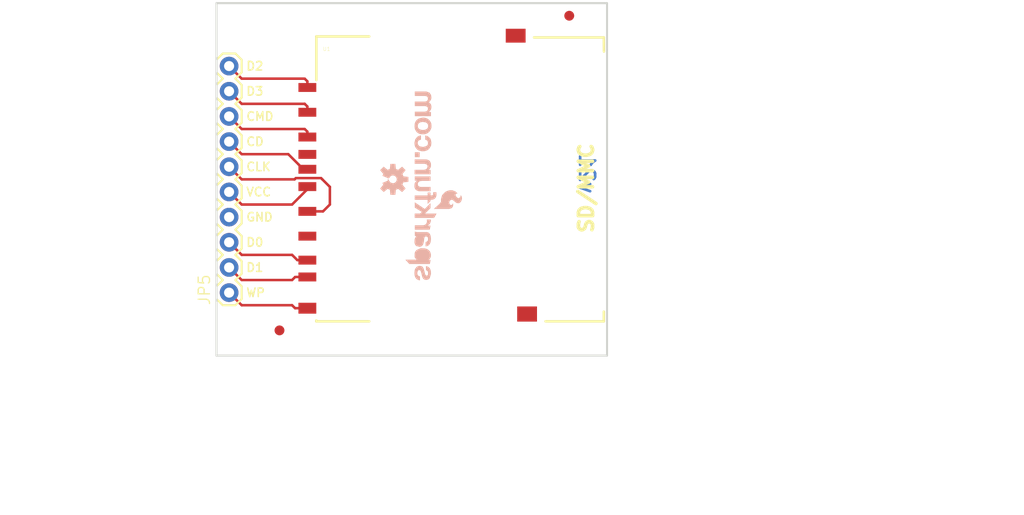
<source format=kicad_pcb>
(kicad_pcb (version 20211014) (generator pcbnew)
  (layers (0 "F.Cu" signal) (1 "In1.Cu" signal) (2 "In2.Cu" signal) (3 "In3.Cu" signal) (4 "In4.Cu" signal) (5 "In5.Cu" signal) (6 "In6.Cu" signal) (7 "In7.Cu" signal) (8 "In8.Cu" signal) (9 "In9.Cu" signal) (10 "In10.Cu" signal) (11 "In11.Cu" signal) (12 "In12.Cu" signal) (13 "In13.Cu" signal) (14 "In14.Cu" signal) (31 "B.Cu" signal) (34 "B.Paste" user) (35 "F.Paste" user) (36 "B.SilkS" user "B.Silkscreen") (37 "F.SilkS" user "F.Silkscreen") (38 "B.Mask" user) (39 "F.Mask" user) (44 "Edge.Cuts" user))
  (net 0 "")
  (net 1 "CD")
  (net 2 "CMD")
  (net 3 "CLK")
  (net 4 "D1")
  (net 5 "D0")
  (net 6 "GND")
  (net 7 "VCC")
  (net 8 "WP")
  (net 9 "D2")
  (net 10 "D3")
  (footprint "boardEagle:FIDUCIAL-1X2" (layer "F.Cu") (at 164.3761 88.4936)
    (fp_text reference "FID2" hide)
    (fp_text value "FIDUCIAL1X2" hide)
    (pad "1" smd roundrect (at 0 0) (size 1 1) (layers "F.Cu" "F.Mask") (roundrect_rratio 0.5))
  )
  (footprint "boardEagle:CREATIVE_COMMONS" (layer "F.Cu") (at 127.312344 135.4836)
    (fp_text reference "FRAME1" hide)
    (fp_text value "FRAME-LETTER" hide)
  )
  (footprint "boardEagle:SD_1_1" (layer "F.Cu") (at 138.9761 105.0036)
    (fp_text reference "U1" (at 0.54 -12.94) (layer "F.SilkS") (effects (font (size 0.373888 0.373888) (thickness 0.032512)) (justify left bottom)))
    (fp_text value "SD_CARD_SOCKET")
    (fp_line (start 28.888 -14.318) (end 28.9 -12.9) (layer "F.SilkS") (width 0.254))
    (fp_line (start 23.011 14.327) (end 28.888 14.327) (layer "F.SilkS") (width 0.254))
    (fp_line (start -0.095 14.238) (end -0.095 14.327) (layer "F.SilkS") (width 0.254))
    (fp_line (start -0.095 -14.418) (end 5.239 -14.418) (layer "F.SilkS") (width 0.254))
    (fp_line (start 28.888 14.327) (end 28.888 13.349) (layer "F.SilkS") (width 0.254))
    (fp_line (start 21.849 -14.318) (end 28.888 -14.318) (layer "F.SilkS") (width 0.254))
    (fp_line (start -0.095 14.327) (end 5.239 14.327) (layer "F.SilkS") (width 0.254))
    (fp_line (start -0.095 -10.019) (end -0.095 -14.418) (layer "F.SilkS") (width 0.254))
    (pad "" np_thru_hole circle (at 23.3 12.32) (size 1.55 1.55) (drill 1.55) (layers *.Cu *.Mask))
    (pad "" np_thru_hole circle (at 23.3 -11.94) (size 1.55 1.55) (drill 1.55) (layers *.Cu *.Mask))
    (pad "1" smd rect (at -1 -6.77) (size 1.8 0.9) (layers "F.Cu" "F.Paste" "F.Mask") (net 10 "D3"))
    (pad "2" smd rect (at -1 -4.27) (size 1.8 0.9) (layers "F.Cu" "F.Paste" "F.Mask") (net 2 "CMD"))
    (pad "3" smd rect (at -1 -2.52) (size 1.8 0.9) (layers "F.Cu" "F.Paste" "F.Mask") (net 6 "GND"))
    (pad "4" smd rect (at -1 0.73) (size 1.8 0.9) (layers "F.Cu" "F.Paste" "F.Mask") (net 7 "VCC"))
    (pad "5" smd rect (at -1 3.23) (size 1.8 0.9) (layers "F.Cu" "F.Paste" "F.Mask") (net 3 "CLK"))
    (pad "6" smd rect (at -1 5.73) (size 1.8 0.9) (layers "F.Cu" "F.Paste" "F.Mask") (net 6 "GND"))
    (pad "7" smd rect (at -1 8.15) (size 1.8 0.9) (layers "F.Cu" "F.Paste" "F.Mask") (net 5 "D0"))
    (pad "8" smd rect (at -1 9.85) (size 1.8 0.9) (layers "F.Cu" "F.Paste" "F.Mask") (net 4 "D1"))
    (pad "9" smd rect (at -1 -9.27) (size 1.8 0.9) (layers "F.Cu" "F.Paste" "F.Mask") (net 9 "D2"))
    (pad "CD" smd rect (at -1 -1.02) (size 1.8 0.9) (layers "F.Cu" "F.Paste" "F.Mask") (net 1 "CD"))
    (pad "SH@1" smd rect (at 20 -14.496) (size 2 1.4) (layers "F.Cu" "F.Paste" "F.Mask") (net 6 "GND"))
    (pad "SH@2" smd rect (at 21.15 13.589) (size 2 1.527) (layers "F.Cu" "F.Paste" "F.Mask") (net 6 "GND"))
    (pad "WP" smd rect (at -1 13) (size 1.8 1.1) (layers "F.Cu" "F.Paste" "F.Mask") (net 8 "WP"))
  )
  (footprint "boardEagle:STAND-OFF-TIGHT" (layer "F.Cu") (at 131.3561 89.7636)
    (fp_text reference "U$4" hide)
    (fp_text value "" hide)
    (pad "" np_thru_hole circle (at 0 0) (size 3.048 3.048) (drill 3.048) (layers *.Cu *.Mask))
  )
  (footprint "boardEagle:STAND-OFF-TIGHT" (layer "F.Cu") (at 131.3561 120.2436)
    (fp_text reference "U$5" hide)
    (fp_text value "" hide)
    (pad "" np_thru_hole circle (at 0 0) (size 3.048 3.048) (drill 3.048) (layers *.Cu *.Mask))
  )
  (footprint "boardEagle:1X10" (layer "F.Cu") (at 130.0861 116.4336 90)
    (fp_text reference "JP5" (at -1.3462 -1.8288 90) (layer "F.SilkS") (effects (font (size 1.143 1.143) (thickness 0.127)) (justify left bottom)))
    (fp_text value "M10\"")
    (fp_line (start 13.97 0.635) (end 13.335 1.27) (layer "F.SilkS") (width 0.2032))
    (fp_line (start 5.715 -1.27) (end 6.35 -0.635) (layer "F.SilkS") (width 0.2032))
    (fp_line (start 17.145 -1.27) (end 18.415 -1.27) (layer "F.SilkS") (width 0.2032))
    (fp_line (start 10.795 1.27) (end 9.525 1.27) (layer "F.SilkS") (width 0.2032))
    (fp_line (start 13.97 0.635) (end 14.605 1.27) (layer "F.SilkS") (width 0.2032))
    (fp_line (start -1.27 -0.635) (end -1.27 0.635) (layer "F.SilkS") (width 0.2032))
    (fp_line (start 21.59 0.635) (end 20.955 1.27) (layer "F.SilkS") (width 0.2032))
    (fp_line (start 1.905 -1.27) (end 3.175 -1.27) (layer "F.SilkS") (width 0.2032))
    (fp_line (start 12.065 1.27) (end 11.43 0.635) (layer "F.SilkS") (width 0.2032))
    (fp_line (start 12.065 -1.27) (end 13.335 -1.27) (layer "F.SilkS") (width 0.2032))
    (fp_line (start 15.875 1.27) (end 14.605 1.27) (layer "F.SilkS") (width 0.2032))
    (fp_line (start 14.605 -1.27) (end 15.875 -1.27) (layer "F.SilkS") (width 0.2032))
    (fp_line (start 20.955 1.27) (end 19.685 1.27) (layer "F.SilkS") (width 0.2032))
    (fp_line (start 3.175 -1.27) (end 3.81 -0.635) (layer "F.SilkS") (width 0.2032))
    (fp_line (start 8.255 -1.27) (end 8.89 -0.635) (layer "F.SilkS") (width 0.2032))
    (fp_line (start 1.905 1.27) (end 1.27 0.635) (layer "F.SilkS") (width 0.2032))
    (fp_line (start 4.445 -1.27) (end 5.715 -1.27) (layer "F.SilkS") (width 0.2032))
    (fp_line (start 18.415 -1.27) (end 19.05 -0.635) (layer "F.SilkS") (width 0.2032))
    (fp_line (start 23.495 1.27) (end 22.225 1.27) (layer "F.SilkS") (width 0.2032))
    (fp_line (start 3.81 0.635) (end 3.175 1.27) (layer "F.SilkS") (width 0.2032))
    (fp_line (start 9.525 1.27) (end 8.89 0.635) (layer "F.SilkS") (width 0.2032))
    (fp_line (start 17.145 -1.27) (end 16.51 -0.635) (layer "F.SilkS") (width 0.2032))
    (fp_line (start 23.495 -1.27) (end 24.13 -0.635) (layer "F.SilkS") (width 0.2032))
    (fp_line (start 16.51 0.635) (end 17.145 1.27) (layer "F.SilkS") (width 0.2032))
    (fp_line (start 0.635 -1.27) (end 1.27 -0.635) (layer "F.SilkS") (width 0.2032))
    (fp_line (start 19.05 0.635) (end 18.415 1.27) (layer "F.SilkS") (width 0.2032))
    (fp_line (start 24.13 0.635) (end 23.495 1.27) (layer "F.SilkS") (width 0.2032))
    (fp_line (start 15.875 -1.27) (end 16.51 -0.635) (layer "F.SilkS") (width 0.2032))
    (fp_line (start 14.605 -1.27) (end 13.97 -0.635) (layer "F.SilkS") (width 0.2032))
    (fp_line (start 24.13 -0.635) (end 24.13 0.635) (layer "F.SilkS") (width 0.2032))
    (fp_line (start 3.81 -0.635) (end 4.445 -1.27) (layer "F.SilkS") (width 0.2032))
    (fp_line (start 1.27 -0.635) (end 1.905 -1.27) (layer "F.SilkS") (width 0.2032))
    (fp_line (start 11.43 -0.635) (end 12.065 -1.27) (layer "F.SilkS") (width 0.2032))
    (fp_line (start 20.955 -1.27) (end 21.59 -0.635) (layer "F.SilkS") (width 0.2032))
    (fp_line (start 6.35 0.635) (end 5.715 1.27) (layer "F.SilkS") (width 0.2032))
    (fp_line (start 8.255 1.27) (end 6.985 1.27) (layer "F.SilkS") (width 0.2032))
    (fp_line (start 8.89 -0.635) (end 9.525 -1.27) (layer "F.SilkS") (width 0.2032))
    (fp_line (start 0.635 1.27) (end -0.635 1.27) (layer "F.SilkS") (width 0.2032))
    (fp_line (start 22.225 -1.27) (end 21.59 -0.635) (layer "F.SilkS") (width 0.2032))
    (fp_line (start 11.43 0.635) (end 10.795 1.27) (layer "F.SilkS") (width 0.2032))
    (fp_line (start 8.89 0.635) (end 8.255 1.27) (layer "F.SilkS") (width 0.2032))
    (fp_line (start 6.985 -1.27) (end 6.35 -0.635) (layer "F.SilkS") (width 0.2032))
    (fp_line (start 6.985 -1.27) (end 8.255 -1.27) (layer "F.SilkS") (width 0.2032))
    (fp_line (start 3.175 1.27) (end 1.905 1.27) (layer "F.SilkS") (width 0.2032))
    (fp_line (start -1.27 0.635) (end -0.635 1.27) (layer "F.SilkS") (width 0.2032))
    (fp_line (start 1.27 0.635) (end 0.635 1.27) (layer "F.SilkS") (width 0.2032))
    (fp_line (start 4.445 1.27) (end 3.81 0.635) (layer "F.SilkS") (width 0.2032))
    (fp_line (start 22.225 -1.27) (end 23.495 -1.27) (layer "F.SilkS") (width 0.2032))
    (fp_line (start 18.415 1.27) (end 17.145 1.27) (layer "F.SilkS") (width 0.2032))
    (fp_line (start 19.685 -1.27) (end 20.955 -1.27) (layer "F.SilkS") (width 0.2032))
    (fp_line (start 9.525 -1.27) (end 10.795 -1.27) (layer "F.SilkS") (width 0.2032))
    (fp_line (start 10.795 -1.27) (end 11.43 -0.635) (layer "F.SilkS") (width 0.2032))
    (fp_line (start 13.335 1.27) (end 12.065 1.27) (layer "F.SilkS") (width 0.2032))
    (fp_line (start 5.715 1.27) (end 4.445 1.27) (layer "F.SilkS") (width 0.2032))
    (fp_line (start 19.685 -1.27) (end 19.05 -0.635) (layer "F.SilkS") (width 0.2032))
    (fp_line (start 13.335 -1.27) (end 13.97 -0.635) (layer "F.SilkS") (width 0.2032))
    (fp_line (start -0.635 -1.27) (end 0.635 -1.27) (layer "F.SilkS") (width 0.2032))
    (fp_line (start 6.35 0.635) (end 6.985 1.27) (layer "F.SilkS") (width 0.2032))
    (fp_line (start 19.05 0.635) (end 19.685 1.27) (layer "F.SilkS") (width 0.2032))
    (fp_line (start -0.635 -1.27) (end -1.27 -0.635) (layer "F.SilkS") (width 0.2032))
    (fp_line (start 21.59 0.635) (end 22.225 1.27) (layer "F.SilkS") (width 0.2032))
    (fp_line (start 16.51 0.635) (end 15.875 1.27) (layer "F.SilkS") (width 0.2032))
    (pad "1" thru_hole circle (at 0 0 180) (size 1.8796 1.8796) (drill 1.016) (layers *.Cu *.Mask) (net 8 "WP"))
    (pad "2" thru_hole circle (at 2.54 0 180) (size 1.8796 1.8796) (drill 1.016) (layers *.Cu *.Mask) (net 4 "D1"))
    (pad "3" thru_hole circle (at 5.08 0 180) (size 1.8796 1.8796) (drill 1.016) (layers *.Cu *.Mask) (net 5 "D0"))
    (pad "4" thru_hole circle (at 7.62 0 180) (size 1.8796 1.8796) (drill 1.016) (layers *.Cu *.Mask) (net 6 "GND"))
    (pad "5" thru_hole circle (at 10.16 0 180) (size 1.8796 1.8796) (drill 1.016) (layers *.Cu *.Mask) (net 7 "VCC"))
    (pad "6" thru_hole circle (at 12.7 0 180) (size 1.8796 1.8796) (drill 1.016) (layers *.Cu *.Mask) (net 3 "CLK"))
    (pad "7" thru_hole circle (at 15.24 0 180) (size 1.8796 1.8796) (drill 1.016) (layers *.Cu *.Mask) (net 1 "CD"))
    (pad "8" thru_hole circle (at 17.78 0 180) (size 1.8796 1.8796) (drill 1.016) (layers *.Cu *.Mask) (net 2 "CMD"))
    (pad "9" thru_hole circle (at 20.32 0 180) (size 1.8796 1.8796) (drill 1.016) (layers *.Cu *.Mask) (net 10 "D3"))
    (pad "10" thru_hole circle (at 22.86 0 180) (size 1.8796 1.8796) (drill 1.016) (layers *.Cu *.Mask) (net 9 "D2"))
  )
  (footprint "boardEagle:FIDUCIAL-1X2" (layer "F.Cu") (at 135.1661 120.2436)
    (fp_text reference "FID1" hide)
    (fp_text value "FIDUCIAL1X2" hide)
    (pad "1" smd roundrect (at 0 0) (size 1 1) (layers "F.Cu" "F.Mask") (roundrect_rratio 0.5))
  )
  (footprint "boardEagle:OSHW-LOGO-S" (layer "B.Cu") (at 146.5961 105.0036 90)
    (fp_text reference "U$3" hide)
    (fp_text value "OSHW-LOGOS" hide)
    (fp_poly (pts (xy 0.301647 1.061351) (xy 0.42347 1.022344) (xy 0.537177 0.963769) (xy 0.92862 1.282946) (xy 1.282946 0.92862) (xy 0.961035 0.533823) (xy 1.057046 0.302084) (xy 1.5638 0.250561) (xy 1.5638 -0.250561) (xy 1.057046 -0.302084) (xy 0.961035 -0.533823) (xy 1.282946 -0.92862) (xy 0.92862 -1.282946) (xy 0.537177 -0.96377) (xy 0.356601 -1.056794) (xy 0.088679 -0.410073) (xy 0.326262 -0.2176) (xy 0.373649 -0.121468) (xy 0.392729 -0.010339) (xy 0.379464 0.101634) (xy 0.334947 0.205229) (xy 0.262842 0.291918) (xy 0.169087 0.354561) (xy 0.061406 0.387999) (xy -0.051342 0.38948) (xy -0.159868 0.358881) (xy -0.255234 0.298724) (xy -0.329589 0.213962) (xy -0.376813 0.111569) (xy -0.392176 0.005767) (xy -0.322923 -0.222565) (xy -0.249312 -0.303773) (xy 0.091677 -0.5081) (xy -0.12929 -0.5081) (xy -0.355332 -1.053732) (xy -0.506597 -0.983577) (xy -0.538922 -0.965192) (xy -0.92862 -1.282946) (xy -1.282946 -0.92862) (xy -0.961035 -0.533823) (xy -1.057046 -0.302084) (xy -1.5638 -0.250561) (xy -1.5638 0.250561) (xy -1.057046 0.302084) (xy -0.961035 0.533823) (xy -1.282946 0.92862) (xy -0.92862 1.282946) (xy -0.533823 0.961035) (xy -0.302084 1.057046) (xy -0.250561 1.5638) (xy 0.250561 1.5638)) (layer "B.SilkS") (width 0) (fill solid))
  )
  (footprint "boardEagle:SFE-NEW-WEBLOGO" (layer "B.Cu") (at 147.8661 115.189 90)
    (fp_text reference "U$1" hide)
    (fp_text value "LOGO-SFENEW" hide)
    (fp_line (start 12.1818 0.955) (end 11.7729 0.955) (layer "B.SilkS") (width 0.0254))
    (fp_line (start 11.1201 2.5171) (end 11.1201 2.2962) (layer "B.SilkS") (width 0.0254))
    (fp_line (start 15.5499 2.2911) (end 15.527 2.2911) (layer "B.SilkS") (width 0.0254))
    (fp_line (start 11.1379 1.8136) (end 11.1379 0.9449) (layer "B.SilkS") (width 0.0254))
    (fp_line (start 15.5702 2.2962) (end 15.5702 2.6137) (layer "B.SilkS") (width 0.0254))
    (fp_line (start 10.7163 0.9449) (end 10.7163 2.5171) (layer "B.SilkS") (width 0.0254))
    (fp_line (start 15.5499 2.6137) (end 15.5499 2.2911) (layer "B.SilkS") (width 0.0254))
    (fp_line (start 11.7729 0.955) (end 11.7729 1.9202) (layer "B.SilkS") (width 0.0254))
    (fp_line (start 11.1379 0.9449) (end 10.7163 0.9449) (layer "B.SilkS") (width 0.0254))
    (fp_line (start 12.1818 2.0091) (end 12.1818 0.955) (layer "B.SilkS") (width 0.0254))
    (fp_line (start 15.5702 2.6137) (end 15.5854 2.6137) (layer "B.SilkS") (width 0.0254))
    (fp_line (start 10.7163 2.5171) (end 11.1201 2.5171) (layer "B.SilkS") (width 0.0254))
    (fp_line (start 11.1201 2.2962) (end 11.1277 2.2962) (layer "B.SilkS") (width 0.0254))
    (fp_arc (start 15.428 1.2522) (mid 15.597525 1.230563) (end 15.7632 1.2725) (layer "B.SilkS") (width 0.0254))
    (fp_arc (start 16.317 1.3665) (mid 16.380488 1.583529) (end 16.4033 1.8085) (layer "B.SilkS") (width 0.0254))
    (fp_arc (start 14.7549 1.9507) (mid 14.737287 1.759061) (end 14.7523 1.5672) (layer "B.SilkS") (width 0.0254))
    (fp_arc (start 14.8615 1.27) (mid 14.919858 1.189481) (end 14.9911 1.1201) (layer "B.SilkS") (width 0.0254))
    (fp_arc (start 11.7678 2.5502) (mid 11.667584 2.556058) (end 11.5672 2.5552) (layer "B.SilkS") (width 0.0254))
    (fp_arc (start 11.1277 2.2962) (mid 11.137379 2.298176) (end 11.1455 2.3038) (layer "B.SilkS") (width 0.0254))
    (fp_arc (start 15.2781 2.1692) (mid 15.20247 2.035022) (end 15.168899 1.8847) (layer "B.SilkS") (width 0.0254))
    (fp_arc (start 15.9029 0.9754) (mid 16.153433 1.12491) (end 16.317 1.3665) (layer "B.SilkS") (width 0.0254))
    (fp_arc (start 11.1862 2.3571) (mid 11.172158 2.338081) (end 11.1582 2.319) (layer "B.SilkS") (width 0.0254))
    (fp_arc (start 12.1488 2.232699) (mid 12.104013 2.336521) (end 12.0345 2.4257) (layer "B.SilkS") (width 0.0254))
    (fp_arc (start 11.7729 1.9202) (mid 11.758038 2.02962) (end 11.7145 2.1311) (layer "B.SilkS") (width 0.0254))
    (fp_arc (start 11.1455 2.3038) (mid 11.152103 2.311188) (end 11.1582 2.319) (layer "B.SilkS") (width 0.0254))
    (fp_arc (start 15.24 1.4097) (mid 15.31871 1.3127) (end 15.428 1.2522) (layer "B.SilkS") (width 0.0254))
    (fp_arc (start 11.4198 2.2327) (mid 11.334441 2.214452) (end 11.259799 2.1692) (layer "B.SilkS") (width 0.0254))
    (fp_arc (start 11.2598 2.1692) (mid 11.206137 2.110016) (end 11.1684 2.0396) (layer "B.SilkS") (width 0.0254))
    (fp_arc (start 11.2725 2.446) (mid 11.226399 2.404414) (end 11.1862 2.3571) (layer "B.SilkS") (width 0.0254))
    (fp_arc (start 16.129 2.4181) (mid 15.978822 2.520652) (end 15.809 2.5857) (layer "B.SilkS") (width 0.0254))
    (fp_arc (start 12.1818 2.0091) (mid 12.172765 2.122002) (end 12.1488 2.2327) (layer "B.SilkS") (width 0.0254))
    (fp_arc (start 15.7277 2.2708) (mid 15.650001 2.290018) (end 15.5702 2.2962) (layer "B.SilkS") (width 0.0254))
    (fp_arc (start 15.908 1.4097) (mid 15.966057 1.559906) (end 15.9868 1.7196) (layer "B.SilkS") (width 0.0254))
    (fp_arc (start 15.8318 2.2047) (mid 15.783745 2.244042) (end 15.7277 2.2708) (layer "B.SilkS") (width 0.0254))
    (fp_arc (start 11.1379 1.8821) (mid 11.137681 1.84785) (end 11.1379 1.8136) (layer "B.SilkS") (width 0.0254))
    (fp_arc (start 15.5499 2.6137) (mid 15.331296 2.577713) (end 15.1282 2.4892) (layer "B.SilkS") (width 0.0254))
    (fp_arc (start 14.7523 1.5672) (mid 14.792796 1.413418) (end 14.8615 1.27) (layer "B.SilkS") (width 0.0254))
    (fp_arc (start 15.7632 1.2725) (mid 15.846801 1.329279) (end 15.908 1.4097) (layer "B.SilkS") (width 0.0254))
    (fp_arc (start 15.1689 1.8847) (mid 15.165026 1.761448) (end 15.1714 1.6383) (layer "B.SilkS") (width 0.0254))
    (fp_arc (start 12.0345 2.425699) (mid 11.911985 2.51116) (end 11.7678 2.5502) (layer "B.SilkS") (width 0.0254))
    (fp_arc (start 11.5976 2.2276) (mid 11.565101 2.235925) (end 11.5316 2.2377) (layer "B.SilkS") (width 0.0254))
    (fp_arc (start 15.1714 1.6383) (mid 15.194331 1.520588) (end 15.24 1.4097) (layer "B.SilkS") (width 0.0254))
    (fp_arc (start 15.9868 1.7196) (mid 15.980368 1.846143) (end 15.9588 1.971) (layer "B.SilkS") (width 0.0254))
    (fp_arc (start 11.7145 2.1311) (mid 11.664346 2.1894) (end 11.5976 2.2276) (layer "B.SilkS") (width 0.0254))
    (fp_arc (start 11.5672 2.5552) (mid 11.411238 2.523841) (end 11.2725 2.446) (layer "B.SilkS") (width 0.0254))
    (fp_arc (start 14.9911 1.1201) (mid 15.249615 0.972855) (end 15.5423 0.9195) (layer "B.SilkS") (width 0.0254))
    (fp_arc (start 15.527 2.2911) (mid 15.388433 2.258974) (end 15.278099 2.1692) (layer "B.SilkS") (width 0.0254))
    (fp_arc (start 11.1684 2.0396) (mid 11.146105 1.962214) (end 11.1379 1.8821) (layer "B.SilkS") (width 0.0254))
    (fp_arc (start 15.5423 0.9195) (mid 15.724919 0.932492) (end 15.9029 0.9754) (layer "B.SilkS") (width 0.0254))
    (fp_arc (start 15.128201 2.4892) (mid 14.882786 2.260687) (end 14.7549 1.9507) (layer "B.SilkS") (width 0.0254))
    (fp_arc (start 15.809 2.5857) (mid 15.698073 2.606673) (end 15.5854 2.6137) (layer "B.SilkS") (width 0.0254))
    (fp_arc (start 15.9588 1.971) (mid 15.910982 2.096372) (end 15.8318 2.2047) (layer "B.SilkS") (width 0.0254))
    (fp_arc (start 16.4033 1.808499) (mid 16.333054 2.143404) (end 16.129 2.4181) (layer "B.SilkS") (width 0.0254))
    (fp_arc (start 11.4198 2.2327) (mid 11.475702 2.235165) (end 11.5316 2.2377) (layer "B.SilkS") (width 0.0254))
    (fp_poly (pts (xy 11.770768 2.56283) (xy 12.043428 2.435548) (xy 12.160999 2.237024) (xy 12.1945 2.010032) (xy 12.1945 0.9423) (xy 11.7602 0.9423) (xy 11.7602 1.918474) (xy 11.70302 2.124971) (xy 11.656141 2.179464) (xy 11.593345 2.215403) (xy 11.53092 2.224956) (xy 11.476269 2.222478) (xy 11.422495 2.220106) (xy 11.268 2.158791) (xy 11.18035 2.034508) (xy 11.1506 1.880883) (xy 11.1506 0.9322) (xy 10.7036 0.9322) (xy 10.7036 2.5298) (xy 11.1328 2.5298) (xy 11.1328 2.310454) (xy 11.136857 2.313263) (xy 11.148195 2.326834) (xy 11.161924 2.345602) (xy 11.176241 2.364992) (xy 11.217267 2.413279) (xy 11.265048 2.456381) (xy 11.406772 2.535896) (xy 11.566093 2.567932)) (layer "B.SilkS") (width 0) (fill solid))
    (fp_poly (pts (xy 2.834651 2.506079) (xy 2.92707 2.450683) (xy 3.011605 2.383731) (xy 3.1267 2.221709) (xy 3.1267 2.263503) (xy 3.219434 1.972794) (xy 3.236098 1.526727) (xy 3.068933 1.135798) (xy 2.975978 1.041462) (xy 2.864973 0.970996) (xy 2.740356 0.92713) (xy 2.372489 0.922) (xy 2.370226 0.922) (xy 2.254471 0.962806) (xy 2.0828 1.127587) (xy 2.0828 -0.010757) (xy 1.6434 0.385552) (xy 1.6434 2.45912) (xy 2.057593 2.537568) (xy 2.055012 2.330538) (xy 2.068304 2.345345) (xy 2.15812 2.442839) (xy 2.234107 2.497896) (xy 2.368681 2.552194) (xy 2.419192 2.562883) (xy 2.620347 2.565422)) (layer "B.SilkS") (width 0) (fill solid))
    (fp_poly (pts (xy 4.444983 2.544915) (xy 4.588724 2.501712) (xy 4.72259 2.430523) (xy 4.844814 2.271666) (xy 4.859671 2.1819) (xy 4.8616 2.1819) (xy 4.8616 1.6891) (xy 4.864173 1.6891) (xy 4.861603 1.242544) (xy 4.871819 1.108765) (xy 4.906709 0.979276) (xy 4.920484 0.9423) (xy 4.495275 0.9423) (xy 4.477494 0.951279) (xy 4.472002 0.970735) (xy 4.468249 0.985133) (xy 4.446292 1.084946) (xy 4.440321 1.089528) (xy 4.438946 1.088886) (xy 4.309064 0.98859) (xy 4.153188 0.927249) (xy 3.824183 0.906712) (xy 3.683825 0.938256) (xy 3.554173 1.000134) (xy 3.486826 1.05665) (xy 3.437273 1.130532) (xy 3.3807 1.444163) (xy 3.3807 1.446675) (xy 3.401941 1.543624) (xy 3.446308 1.632822) (xy 3.527788 1.722902) (xy 3.632416 1.784766) (xy 3.937258 1.861632) (xy 4.048648 1.873601) (xy 4.159032 1.884616) (xy 4.224808 1.893434) (xy 4.289167 1.907055) (xy 4.336271 1.923637) (xy 4.379043 1.948303) (xy 4.407461 1.974391) (xy 4.413402 1.982997) (xy 4.4171 1.991455) (xy 4.4171 2.14983) (xy 4.358226 2.232254) (xy 4.254396 2.270917) (xy 4.188033 2.274326) (xy 4.120968 2.275774) (xy 4.006679 2.25395) (xy 3.883049 2.131716) (xy 3.8659 2.045941) (xy 3.8659 2.0295) (xy 3.429 2.0295) (xy 3.429 2.040006) (xy 3.418965 2.041638) (xy 3.439259 2.166448) (xy 3.491292 2.283494) (xy 3.571378 2.383462) (xy 3.674008 2.459597) (xy 3.791998 2.513469) (xy 3.916944 2.547448) (xy 4.18103 2.571338)) (layer "B.SilkS") (width 0) (fill solid))
    (fp_poly (pts (xy 14.181776 2.563159) (xy 14.181555 2.560669) (xy 14.327447 2.496725) (xy 14.547848 2.246517) (xy 14.619242 1.9914) (xy 14.1707 1.9914) (xy 14.1707 2.005388) (xy 14.15242 2.10038) (xy 14.100807 2.180729) (xy 14.023181 2.236025) (xy 13.860405 2.2706) (xy 13.694207 2.245798) (xy 13.653262 2.227396) (xy 13.618712 2.198612) (xy 13.531409 2.074936) (xy 13.459735 1.779947) (xy 13.507258 1.471936) (xy 13.55233 1.379537) (xy 13.718934 1.256376) (xy 13.795519 1.238584) (xy 13.875272 1.234455) (xy 13.963395 1.249226) (xy 14.044683 1.286045) (xy 14.088707 1.320383) (xy 14.123821 1.362695) (xy 14.191983 1.5646) (xy 14.6202 1.5646) (xy 14.6202 1.546046) (xy 14.607183 1.4497) (xy 14.551954 1.307962) (xy 14.468685 1.180108) (xy 14.234909 0.989147) (xy 13.88734 0.904104) (xy 13.726062 0.914148) (xy 13.567886 0.942693) (xy 13.423659 0.994928) (xy 13.188191 1.185237) (xy 13.098694 1.32648) (xy 13.017451 1.644495) (xy 13.0251 1.894992) (xy 13.0251 1.896181) (xy 13.064859 2.076939) (xy 13.14486 2.243932) (xy 13.26133 2.388842) (xy 13.574558 2.580191) (xy 13.883988 2.616332)) (layer "B.SilkS") (width 0) (fill solid))
    (fp_poly (pts (xy 6.7335 1.97376) (xy 7.284539 2.5248) (xy 7.78835 2.5248) (xy 7.197009 1.946483) (xy 7.869909 0.937183) (xy 7.330929 0.939835) (xy 6.903958 1.643716) (xy 6.7386 1.483032) (xy 6.7386 0.9296) (xy 6.306639 0.9296) (xy 6.2941 0.942139) (xy 6.2941 2.887776) (xy 6.7335 3.138467)) (layer "B.SilkS") (width 0) (fill solid))
    (fp_poly (pts (xy 12.4257 0.9449) (xy 12.921 0.9449) (xy 12.921 1.43) (xy 12.4257 1.43)) (layer "B.SilkS") (width 0) (fill solid))
    (fp_poly (pts (xy 17.714962 2.583496) (xy 17.714669 2.58013) (xy 17.812284 2.526288) (xy 17.900302 2.442716) (xy 17.956995 2.351455) (xy 17.961394 2.355854) (xy 18.007182 2.404147) (xy 18.086856 2.480888) (xy 18.177617 2.546023) (xy 18.30384 2.60027) (xy 18.440544 2.616304) (xy 18.698981 2.580082) (xy 18.93345 2.426436) (xy 19.05 2.112985) (xy 19.05 0.9398) (xy 18.6004 0.9398) (xy 18.6004 1.979658) (xy 18.558302 2.150487) (xy 18.49797 2.220003) (xy 18.412014 2.255689) (xy 18.322362 2.262413) (xy 18.233537 2.253336) (xy 18.121633 2.190061) (xy 18.068614 2.109201) (xy 18.041426 2.014408) (xy 18.036069 1.960144) (xy 18.034 1.904767) (xy 18.034 0.9398) (xy 17.5768 0.9398) (xy 17.5768 2.006808) (xy 17.507834 2.191589) (xy 17.433119 2.246143) (xy 17.339789 2.26304) (xy 17.298061 2.260863) (xy 17.256145 2.258198) (xy 17.19103 2.2421) (xy 17.135402 2.205103) (xy 17.092564 2.160343) (xy 17.055171 2.112821) (xy 17.0155 1.934108) (xy 17.0155 0.9423) (xy 16.5583 0.9423) (xy 16.5583 2.573) (xy 16.9824 2.573) (xy 16.9824 2.355139) (xy 16.985319 2.355789) (xy 17.015959 2.3959) (xy 17.093229 2.475705) (xy 17.171263 2.538367) (xy 17.262579 2.579887) (xy 17.318155 2.59498) (xy 17.374103 2.605849) (xy 17.443329 2.614463) (xy 17.514022 2.618767)) (layer "B.SilkS") (width 0) (fill solid))
    (fp_poly (pts (xy 8.809435 3.119895) (xy 8.875117 3.1166) (xy 8.89 3.1166) (xy 8.89 2.7889) (xy 8.869112 2.7889) (xy 8.841108 2.7915) (xy 8.660351 2.7915) (xy 8.587936 2.740064) (xy 8.571192 2.699602) (xy 8.5649 2.653436) (xy 8.5649 2.5273) (xy 8.8621 2.5273) (xy 8.8621 2.2352) (xy 8.5623 2.2352) (xy 8.5623 0.9322) (xy 8.1204 0.9322) (xy 8.1204 2.232779) (xy 7.70383 2.235391) (xy 7.995739 2.5273) (xy 8.1255 2.5273) (xy 8.1255 2.560826) (xy 8.143432 2.77702) (xy 8.219199 2.938937) (xy 8.324367 3.032939) (xy 8.449534 3.095959) (xy 8.586403 3.1242) (xy 8.743112 3.1242)) (layer "B.SilkS") (width 0) (fill solid))
    (fp_poly (pts (xy 15.5499 2.609649) (xy 15.5499 2.29782) (xy 15.429469 2.281338) (xy 15.314616 2.217851) (xy 15.23586 2.109416) (xy 15.196312 2.020604) (xy 15.168868 1.873153) (xy 15.163824 1.687316) (xy 15.181322 1.562471) (xy 15.218744 1.447652) (xy 15.272523 1.345) (xy 15.437302 1.244156) (xy 15.6121 1.221967) (xy 15.787119 1.281181) (xy 15.894998 1.379217) (xy 15.949332 1.500229) (xy 15.9868 1.655017) (xy 15.9868 1.797481) (xy 15.961756 1.990339) (xy 15.88736 2.151531) (xy 15.803924 2.232457) (xy 15.708711 2.283762) (xy 15.58997 2.2936) (xy 15.567485 2.2936) (xy 15.57294 2.617878) (xy 15.788992 2.590535) (xy 15.954486 2.53364) (xy 16.155367 2.394616) (xy 16.266844 2.264968) (xy 16.37246 2.027864) (xy 16.400898 1.805948) (xy 16.375193 1.592623) (xy 16.305839 1.343513) (xy 16.222719 1.211114) (xy 16.101494 1.095067) (xy 15.987532 1.014773) (xy 15.799031 0.950211) (xy 15.544583 0.924513) (xy 15.240687 0.965682) (xy 14.951456 1.146439) (xy 14.788469 1.399985) (xy 14.726674 1.793647) (xy 14.809154 2.154405) (xy 15.026083 2.4307) (xy 15.368412 2.600648) (xy 15.51864 2.6187) (xy 15.52691 2.6187)) (layer "B.SilkS") (width 0) (fill solid))
    (fp_poly (pts (xy 8.337002 5.691103) (xy 8.426449 5.668729) (xy 8.439477 5.663683) (xy 8.451149 5.657775) (xy 8.46786 5.649476) (xy 8.486552 5.642734) (xy 8.582694 5.5855) (xy 8.5903 5.5855) (xy 8.5903 5.5601) (xy 8.517833 5.5601) (xy 8.419418 5.540814) (xy 8.285855 5.378186) (xy 8.290365 5.319725) (xy 8.33909 5.224769) (xy 8.415666 5.148096) (xy 8.505069 5.083538) (xy 8.580348 5.051724) (xy 8.661737 5.054532) (xy 8.669864 5.057086) (xy 8.677257 5.060289) (xy 8.741514 5.119856) (xy 8.7478 5.142712) (xy 8.7478 5.260838) (xy 8.974707 5.031027) (xy 9.079186 4.739741) (xy 9.082603 4.739794) (xy 9.08906 4.533335) (xy 9.059857 4.34032) (xy 8.996308 4.155742) (xy 8.8773 3.944478) (xy 8.8773 3.963481) (xy 8.589131 3.69191) (xy 8.193239 3.5814) (xy 7.964005 3.5814) (xy 7.927201 3.574946) (xy 7.892776 3.562492) (xy 7.707322 3.424684) (xy 7.1984 2.85199) (xy 7.1984 4.40367) (xy 7.271004 4.644867) (xy 7.379295 4.748389) (xy 7.518122 4.800422) (xy 7.6149 4.807989) (xy 7.710384 4.800523) (xy 7.77091 4.790999) (xy 7.768788 4.767333) (xy 7.733216 4.768142) (xy 7.712784 4.759041) (xy 7.631519 4.700054) (xy 7.611722 4.67357) (xy 7.601395 4.6114) (xy 7.611905 4.548129) (xy 7.632405 4.508074) (xy 7.663343 4.475585) (xy 7.757535 4.42645) (xy 7.863229 4.414642) (xy 7.953768 4.432984) (xy 8.03522 4.472556) (xy 8.13303 4.637559) (xy 8.118706 4.731744) (xy 8.061914 4.813301) (xy 7.795707 5.146137) (xy 7.772667 5.393755) (xy 7.838495 5.504456) (xy 7.840042 5.506003) (xy 7.989901 5.63002) (xy 8.243676 5.699964)) (layer "B.SilkS") (width 0) (fill solid))
    (fp_poly (pts (xy 9.4234 1.520809) (xy 9.472888 1.359974) (xy 9.516069 1.308185) (xy 9.573108 1.271734) (xy 9.714103 1.241374) (xy 9.853529 1.268908) (xy 10.003067 1.442966) (xy 10.033 1.684784) (xy 10.033 2.5273) (xy 10.48 2.5273) (xy 10.48 0.9398) (xy 10.0533 0.9398) (xy 10.0533 1.159713) (xy 9.961626 1.051965) (xy 9.823848 0.946774) (xy 9.797269 0.933513) (xy 9.76873 0.924761) (xy 9.46843 0.899096) (xy 9.311419 0.929258) (xy 9.173895 1.0008) (xy 9.172522 1.0008) (xy 9.155194 1.014756) (xy 9.141833 1.028106) (xy 9.055991 1.150842) (xy 9.0022 1.291099) (xy 8.984 1.439423) (xy 8.984 2.5324) (xy 9.4234 2.5324)) (layer "B.SilkS") (width 0) (fill solid))
    (fp_poly (pts (xy 1.201557 2.290098) (xy 1.414074 2.156268) (xy 1.42383 2.065) (xy 1.01008 2.065) (xy 1.00135 2.126336) (xy 0.936084 2.220524) (xy 0.871818 2.257603) (xy 0.798545 2.2758) (xy 0.628591 2.2758) (xy 0.583991 2.267366) (xy 0.541641 2.251683) (xy 0.51157 2.232098) (xy 0.488615 2.205726) (xy 0.469153 2.152745) (xy 0.474605 2.097619) (xy 0.521549 2.031824) (xy 0.664468 1.962838) (xy 0.866638 1.922444) (xy 1.206678 1.822687) (xy 1.354318 1.729494) (xy 1.389578 1.692366) (xy 1.416579 1.648151) (xy 1.460229 1.440208) (xy 1.447804 1.4376) (xy 1.460484 1.436955) (xy 1.457817 1.384541) (xy 1.452657 1.33034) (xy 1.371775 1.140043) (xy 1.14885 0.969822) (xy 1.013381 0.927267) (xy 0.74708 0.904177) (xy 0.617383 0.909691) (xy 0.487493 0.922202) (xy 0.306845 0.984179) (xy 0.185213 1.061804) (xy 0.109225 1.132023) (xy 0.056988 1.2215) (xy 0.013059 1.350644) (xy 0.002577 1.410659) (xy -0.00152 1.469003) (xy 0.738195 1.10308) (xy 1.120535 1.189415) (xy 1.224069 1.497645) (xy 0.809011 1.723764) (xy 0.364394 1.98847) (xy 0.308075 2.310537) (xy 0.741882 2.423672)) (layer "B.SilkS") (width 0) (fill solid))
    (fp_poly (pts (xy 6.1316 2.557116) (xy 6.1316 2.1463) (xy 6.115783 2.1463) (xy 6.10653 2.147054) (xy 6.097893 2.149211) (xy 6.068387 2.157247) (xy 6.038922 2.161538) (xy 5.96265 2.16474) (xy 5.887609 2.16159) (xy 5.731931 2.107297) (xy 5.637642 2.018651) (xy 5.577302 1.903423) (xy 5.5499 1.736362) (xy 5.5499 0.9423) (xy 5.107878 0.9423) (xy 5.110519 2.454146) (xy 5.522 2.527255) (xy 5.522 2.234211) (xy 5.526569 2.235704) (xy 5.544428 2.262537) (xy 5.578841 2.314524) (xy 5.613758 2.367854) (xy 5.686736 2.438162) (xy 5.778008 2.498223) (xy 5.979984 2.565515)) (layer "B.SilkS") (width 0) (fill solid))
    (fp_poly (pts (xy 0.803285 2.567895) (xy 0.944243 2.553799) (xy 1.081508 2.516334) (xy 1.193542 2.461399) (xy 1.291841 2.383865) (xy 1.357039 2.297824) (xy 1.377068 2.257603) (xy 1.393653 2.216867) (xy 1.417283 2.151914) (xy 1.353784 2.105111) (xy 1.152335 2.254241) (xy 0.736496 2.387002) (xy 0.372563 2.277101) (xy 0.417885 2.019712) (xy 1.241556 1.540676) (xy 1.263422 1.497067) (xy 1.147655 1.152457) (xy 0.724605 1.058492) (xy -0.038666 1.4605) (xy 0.4115 1.4605) (xy 0.4115 1.443466) (xy 0.420402 1.369907) (xy 0.454647 1.305856) (xy 0.524204 1.243359) (xy 0.610838 1.206018) (xy 0.637726 1.200933) (xy 0.665996 1.198897) (xy 0.7328 1.198389) (xy 0.79791 1.198884) (xy 0.968129 1.258019) (xy 1.007666 1.302193) (xy 1.028603 1.358428) (xy 1.025789 1.425439) (xy 0.995864 1.485288) (xy 0.943734 1.527918) (xy 0.715431 1.605731) (xy 0.533161 1.644154) (xy 0.351479 1.692254) (xy 0.230117 1.743632) (xy 0.122357 1.822697) (xy 0.0457 1.960096) (xy 0.0457 1.963141) (xy 0.038572 2.135467) (xy 0.0838 2.300409) (xy 0.0838 2.303445) (xy 0.206233 2.444416) (xy 0.620397 2.567885) (xy 0.71245 2.568634)) (layer "B.SilkS") (width 0) (fill solid))
  )
  (gr_line (start 168.1861 122.7836) (end 168.1861 87.2236) (layer "Edge.Cuts") (width 0.2032))
  (gr_line (start 128.8161 122.7836) (end 168.1861 122.7836) (layer "Edge.Cuts") (width 0.2032))
  (gr_line (start 128.8161 87.2236) (end 128.8161 122.7836) (layer "Edge.Cuts") (width 0.2032))
  (gr_line (start 168.1861 87.2236) (end 128.8161 87.2236) (layer "Edge.Cuts") (width 0.2032))
  (gr_text "v21" (at 167.0431 102.2096 -90) (layer "B.Cu") (effects (font (size 1.5113 1.5113) (thickness 0.2667)) (justify right top mirror)))
  (gr_text "GND" (at 131.7371 109.3216) (layer "F.SilkS") (effects (font (size 0.8636 0.8636) (thickness 0.1524)) (justify left bottom)))
  (gr_text "D0" (at 131.7371 111.8616) (layer "F.SilkS") (effects (font (size 0.8636 0.8636) (thickness 0.1524)) (justify left bottom)))
  (gr_text "D1" (at 131.7371 114.4016) (layer "F.SilkS") (effects (font (size 0.8636 0.8636) (thickness 0.1524)) (justify left bottom)))
  (gr_text "CLK" (at 131.7371 104.2416) (layer "F.SilkS") (effects (font (size 0.8636 0.8636) (thickness 0.1524)) (justify left bottom)))
  (gr_text "D3" (at 131.7371 96.6216) (layer "F.SilkS") (effects (font (size 0.8636 0.8636) (thickness 0.1524)) (justify left bottom)))
  (gr_text "D2" (at 131.7371 94.0816) (layer "F.SilkS") (effects (font (size 0.8636 0.8636) (thickness 0.1524)) (justify left bottom)))
  (gr_text "CD" (at 131.7371 101.7016) (layer "F.SilkS") (effects (font (size 0.8636 0.8636) (thickness 0.1524)) (justify left bottom)))
  (gr_text "WP" (at 131.7371 116.9416) (layer "F.SilkS") (effects (font (size 0.8636 0.8636) (thickness 0.1524)) (justify left bottom)))
  (gr_text "CMD" (at 131.7371 99.1616) (layer "F.SilkS") (effects (font (size 0.8636 0.8636) (thickness 0.1524)) (justify left bottom)))
  (gr_text "SD/MMC" (at 166.9161 110.5916 90) (layer "F.SilkS") (effects (font (size 1.4224 1.4224) (thickness 0.3556)) (justify left bottom)))
  (gr_text "VCC" (at 131.7371 106.7816) (layer "F.SilkS") (effects (font (size 0.8636 0.8636) (thickness 0.1524)) (justify left bottom)))
  (segment (start 137.5751 103.9836) (end 137.0711 103.4796) (width 0.254) (layer "F.Cu") (net 1))
  (segment (start 137.9761 103.9836) (end 137.5751 103.9836) (width 0.254) (layer "F.Cu") (net 1))
  (segment (start 136.0551 102.4636) (end 137.0711 103.4796) (width 0.254) (layer "F.Cu") (net 1))
  (segment (start 136.0551 102.4636) (end 131.3561 102.4636) (width 0.254) (layer "F.Cu") (net 1))
  (segment (start 131.3561 102.4636) (end 130.0861 101.1936) (width 0.254) (layer "F.Cu") (net 1))
  (segment (start 137.9761 100.7336) (end 137.9761 100.1936) (width 0.254) (layer "F.Cu") (net 2))
  (segment (start 137.9761 100.1936) (end 137.7061 99.9236) (width 0.254) (layer "F.Cu") (net 2))
  (segment (start 137.7061 99.9236) (end 131.3561 99.9236) (width 0.254) (layer "F.Cu") (net 2))
  (segment (start 130.0861 98.6536) (end 131.3561 99.9236) (width 0.254) (layer "F.Cu") (net 2))
  (segment (start 139.3571 104.8766) (end 139.4841 105.0036) (width 0.254) (layer "F.Cu") (net 3))
  (segment (start 139.5561 108.2336) (end 140.2461 107.5436) (width 0.254) (layer "F.Cu") (net 3))
  (segment (start 136.6901 105.0036) (end 131.3561 105.0036) (width 0.254) (layer "F.Cu") (net 3))
  (segment (start 136.8171 104.8766) (end 139.3571 104.8766) (width 0.254) (layer "F.Cu") (net 3))
  (segment (start 137.9761 108.2336) (end 139.5561 108.2336) (width 0.254) (layer "F.Cu") (net 3))
  (segment (start 136.6901 105.0036) (end 136.8171 104.8766) (width 0.254) (layer "F.Cu") (net 3))
  (segment (start 140.2461 107.5436) (end 140.2461 105.7656) (width 0.254) (layer "F.Cu") (net 3))
  (segment (start 131.3561 105.0036) (end 130.0861 103.7336) (width 0.254) (layer "F.Cu") (net 3))
  (segment (start 140.2461 105.7656) (end 139.4841 105.0036) (width 0.254) (layer "F.Cu") (net 3))
  (segment (start 137.9761 114.8536) (end 136.7461 114.8536) (width 0.254) (layer "F.Cu") (net 4))
  (segment (start 131.3561 115.1636) (end 130.0861 113.8936) (width 0.254) (layer "F.Cu") (net 4))
  (segment (start 136.7461 114.8536) (end 136.4361 115.1636) (width 0.254) (layer "F.Cu") (net 4))
  (segment (start 136.4361 115.1636) (end 131.3561 115.1636) (width 0.254) (layer "F.Cu") (net 4))
  (segment (start 136.9661 113.1536) (end 136.4361 112.6236) (width 0.254) (layer "F.Cu") (net 5))
  (segment (start 136.4361 112.6236) (end 131.3561 112.6236) (width 0.254) (layer "F.Cu") (net 5))
  (segment (start 137.9761 113.1536) (end 136.9661 113.1536) (width 0.254) (layer "F.Cu") (net 5))
  (segment (start 131.3561 112.6236) (end 130.0861 111.3536) (width 0.254) (layer "F.Cu") (net 5))
  (segment (start 136.0551 107.5436) (end 131.3561 107.5436) (width 0.254) (layer "F.Cu") (net 7))
  (segment (start 131.3561 107.5436) (end 130.0861 106.2736) (width 0.254) (layer "F.Cu") (net 7))
  (segment (start 136.0551 107.5436) (end 136.4361 107.5436) (width 0.254) (layer "F.Cu") (net 7))
  (segment (start 136.4361 107.5436) (end 137.1981 106.7816) (width 0.254) (layer "F.Cu") (net 7))
  (segment (start 137.9761 105.7336) (end 137.9761 106.0036) (width 0.254) (layer "F.Cu") (net 7))
  (segment (start 137.9761 106.0036) (end 137.1981 106.7816) (width 0.254) (layer "F.Cu") (net 7))
  (segment (start 136.4361 117.7036) (end 131.3561 117.7036) (width 0.254) (layer "F.Cu") (net 8))
  (segment (start 131.3561 117.7036) (end 130.0861 116.4336) (width 0.254) (layer "F.Cu") (net 8))
  (segment (start 136.7361 118.0036) (end 136.4361 117.7036) (width 0.254) (layer "F.Cu") (net 8))
  (segment (start 137.9761 118.0036) (end 136.7361 118.0036) (width 0.254) (layer "F.Cu") (net 8))
  (segment (start 131.3561 94.8436) (end 130.0861 93.5736) (width 0.254) (layer "F.Cu") (net 9))
  (segment (start 137.7061 94.8436) (end 131.3561 94.8436) (width 0.254) (layer "F.Cu") (net 9))
  (segment (start 137.9761 95.1136) (end 137.9761 95.7336) (width 0.254) (layer "F.Cu") (net 9))
  (segment (start 137.9761 95.1136) (end 137.7061 94.8436) (width 0.254) (layer "F.Cu") (net 9))
  (segment (start 137.9761 97.6536) (end 137.9761 98.2336) (width 0.254) (layer "F.Cu") (net 10))
  (segment (start 131.3561 97.3836) (end 130.0861 96.1136) (width 0.254) (layer "F.Cu") (net 10))
  (segment (start 137.9761 97.6536) (end 137.7061 97.3836) (width 0.254) (layer "F.Cu") (net 10))
  (segment (start 137.7061 97.3836) (end 131.3561 97.3836) (width 0.254) (layer "F.Cu") (net 10))
)
</source>
